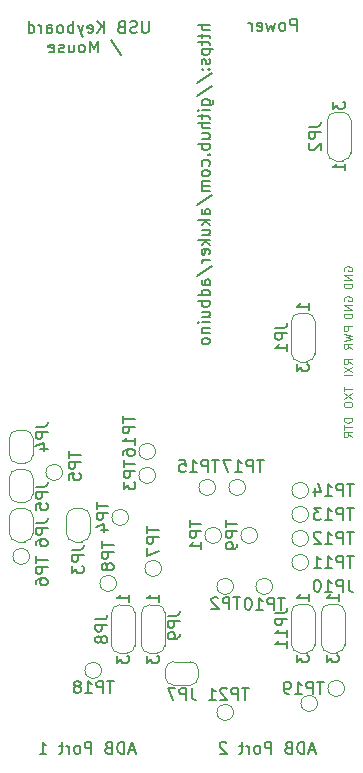
<source format=gbr>
%TF.GenerationSoftware,KiCad,Pcbnew,(5.1.9-16-g1737927814)-1*%
%TF.CreationDate,2021-07-07T14:31:43-05:00*%
%TF.ProjectId,adbuino,61646275-696e-46f2-9e6b-696361645f70,rev?*%
%TF.SameCoordinates,Original*%
%TF.FileFunction,Legend,Bot*%
%TF.FilePolarity,Positive*%
%FSLAX46Y46*%
G04 Gerber Fmt 4.6, Leading zero omitted, Abs format (unit mm)*
G04 Created by KiCad (PCBNEW (5.1.9-16-g1737927814)-1) date 2021-07-07 14:31:43*
%MOMM*%
%LPD*%
G01*
G04 APERTURE LIST*
%ADD10C,0.150000*%
%ADD11C,0.100000*%
%ADD12C,0.120000*%
G04 APERTURE END LIST*
D10*
X171902380Y-37554000D02*
X170902380Y-37554000D01*
X171902380Y-37982571D02*
X171378571Y-37982571D01*
X171283333Y-37934952D01*
X171235714Y-37839714D01*
X171235714Y-37696857D01*
X171283333Y-37601619D01*
X171330952Y-37554000D01*
X171235714Y-38315904D02*
X171235714Y-38696857D01*
X170902380Y-38458761D02*
X171759523Y-38458761D01*
X171854761Y-38506380D01*
X171902380Y-38601619D01*
X171902380Y-38696857D01*
X171235714Y-38887333D02*
X171235714Y-39268285D01*
X170902380Y-39030190D02*
X171759523Y-39030190D01*
X171854761Y-39077809D01*
X171902380Y-39173047D01*
X171902380Y-39268285D01*
X171235714Y-39601619D02*
X172235714Y-39601619D01*
X171283333Y-39601619D02*
X171235714Y-39696857D01*
X171235714Y-39887333D01*
X171283333Y-39982571D01*
X171330952Y-40030190D01*
X171426190Y-40077809D01*
X171711904Y-40077809D01*
X171807142Y-40030190D01*
X171854761Y-39982571D01*
X171902380Y-39887333D01*
X171902380Y-39696857D01*
X171854761Y-39601619D01*
X171854761Y-40458761D02*
X171902380Y-40554000D01*
X171902380Y-40744476D01*
X171854761Y-40839714D01*
X171759523Y-40887333D01*
X171711904Y-40887333D01*
X171616666Y-40839714D01*
X171569047Y-40744476D01*
X171569047Y-40601619D01*
X171521428Y-40506380D01*
X171426190Y-40458761D01*
X171378571Y-40458761D01*
X171283333Y-40506380D01*
X171235714Y-40601619D01*
X171235714Y-40744476D01*
X171283333Y-40839714D01*
X171807142Y-41315904D02*
X171854761Y-41363523D01*
X171902380Y-41315904D01*
X171854761Y-41268285D01*
X171807142Y-41315904D01*
X171902380Y-41315904D01*
X171283333Y-41315904D02*
X171330952Y-41363523D01*
X171378571Y-41315904D01*
X171330952Y-41268285D01*
X171283333Y-41315904D01*
X171378571Y-41315904D01*
X170854761Y-42506380D02*
X172140476Y-41649238D01*
X170854761Y-43554000D02*
X172140476Y-42696857D01*
X171235714Y-44315904D02*
X172045238Y-44315904D01*
X172140476Y-44268285D01*
X172188095Y-44220666D01*
X172235714Y-44125428D01*
X172235714Y-43982571D01*
X172188095Y-43887333D01*
X171854761Y-44315904D02*
X171902380Y-44220666D01*
X171902380Y-44030190D01*
X171854761Y-43934952D01*
X171807142Y-43887333D01*
X171711904Y-43839714D01*
X171426190Y-43839714D01*
X171330952Y-43887333D01*
X171283333Y-43934952D01*
X171235714Y-44030190D01*
X171235714Y-44220666D01*
X171283333Y-44315904D01*
X171902380Y-44792095D02*
X171235714Y-44792095D01*
X170902380Y-44792095D02*
X170950000Y-44744476D01*
X170997619Y-44792095D01*
X170950000Y-44839714D01*
X170902380Y-44792095D01*
X170997619Y-44792095D01*
X171235714Y-45125428D02*
X171235714Y-45506380D01*
X170902380Y-45268285D02*
X171759523Y-45268285D01*
X171854761Y-45315904D01*
X171902380Y-45411142D01*
X171902380Y-45506380D01*
X171902380Y-45839714D02*
X170902380Y-45839714D01*
X171902380Y-46268285D02*
X171378571Y-46268285D01*
X171283333Y-46220666D01*
X171235714Y-46125428D01*
X171235714Y-45982571D01*
X171283333Y-45887333D01*
X171330952Y-45839714D01*
X171235714Y-47173047D02*
X171902380Y-47173047D01*
X171235714Y-46744476D02*
X171759523Y-46744476D01*
X171854761Y-46792095D01*
X171902380Y-46887333D01*
X171902380Y-47030190D01*
X171854761Y-47125428D01*
X171807142Y-47173047D01*
X171902380Y-47649238D02*
X170902380Y-47649238D01*
X171283333Y-47649238D02*
X171235714Y-47744476D01*
X171235714Y-47934952D01*
X171283333Y-48030190D01*
X171330952Y-48077809D01*
X171426190Y-48125428D01*
X171711904Y-48125428D01*
X171807142Y-48077809D01*
X171854761Y-48030190D01*
X171902380Y-47934952D01*
X171902380Y-47744476D01*
X171854761Y-47649238D01*
X171807142Y-48554000D02*
X171854761Y-48601619D01*
X171902380Y-48554000D01*
X171854761Y-48506380D01*
X171807142Y-48554000D01*
X171902380Y-48554000D01*
X171854761Y-49458761D02*
X171902380Y-49363523D01*
X171902380Y-49173047D01*
X171854761Y-49077809D01*
X171807142Y-49030190D01*
X171711904Y-48982571D01*
X171426190Y-48982571D01*
X171330952Y-49030190D01*
X171283333Y-49077809D01*
X171235714Y-49173047D01*
X171235714Y-49363523D01*
X171283333Y-49458761D01*
X171902380Y-50030190D02*
X171854761Y-49934952D01*
X171807142Y-49887333D01*
X171711904Y-49839714D01*
X171426190Y-49839714D01*
X171330952Y-49887333D01*
X171283333Y-49934952D01*
X171235714Y-50030190D01*
X171235714Y-50173047D01*
X171283333Y-50268285D01*
X171330952Y-50315904D01*
X171426190Y-50363523D01*
X171711904Y-50363523D01*
X171807142Y-50315904D01*
X171854761Y-50268285D01*
X171902380Y-50173047D01*
X171902380Y-50030190D01*
X171902380Y-50792095D02*
X171235714Y-50792095D01*
X171330952Y-50792095D02*
X171283333Y-50839714D01*
X171235714Y-50934952D01*
X171235714Y-51077809D01*
X171283333Y-51173047D01*
X171378571Y-51220666D01*
X171902380Y-51220666D01*
X171378571Y-51220666D02*
X171283333Y-51268285D01*
X171235714Y-51363523D01*
X171235714Y-51506380D01*
X171283333Y-51601619D01*
X171378571Y-51649238D01*
X171902380Y-51649238D01*
X170854761Y-52839714D02*
X172140476Y-51982571D01*
X171902380Y-53601619D02*
X171378571Y-53601619D01*
X171283333Y-53554000D01*
X171235714Y-53458761D01*
X171235714Y-53268285D01*
X171283333Y-53173047D01*
X171854761Y-53601619D02*
X171902380Y-53506380D01*
X171902380Y-53268285D01*
X171854761Y-53173047D01*
X171759523Y-53125428D01*
X171664285Y-53125428D01*
X171569047Y-53173047D01*
X171521428Y-53268285D01*
X171521428Y-53506380D01*
X171473809Y-53601619D01*
X171902380Y-54077809D02*
X170902380Y-54077809D01*
X171521428Y-54173047D02*
X171902380Y-54458761D01*
X171235714Y-54458761D02*
X171616666Y-54077809D01*
X171235714Y-55315904D02*
X171902380Y-55315904D01*
X171235714Y-54887333D02*
X171759523Y-54887333D01*
X171854761Y-54934952D01*
X171902380Y-55030190D01*
X171902380Y-55173047D01*
X171854761Y-55268285D01*
X171807142Y-55315904D01*
X171902380Y-55792095D02*
X170902380Y-55792095D01*
X171521428Y-55887333D02*
X171902380Y-56173047D01*
X171235714Y-56173047D02*
X171616666Y-55792095D01*
X171854761Y-56982571D02*
X171902380Y-56887333D01*
X171902380Y-56696857D01*
X171854761Y-56601619D01*
X171759523Y-56554000D01*
X171378571Y-56554000D01*
X171283333Y-56601619D01*
X171235714Y-56696857D01*
X171235714Y-56887333D01*
X171283333Y-56982571D01*
X171378571Y-57030190D01*
X171473809Y-57030190D01*
X171569047Y-56554000D01*
X171902380Y-57458761D02*
X171235714Y-57458761D01*
X171426190Y-57458761D02*
X171330952Y-57506380D01*
X171283333Y-57554000D01*
X171235714Y-57649238D01*
X171235714Y-57744476D01*
X170854761Y-58792095D02*
X172140476Y-57934952D01*
X171902380Y-59554000D02*
X171378571Y-59554000D01*
X171283333Y-59506380D01*
X171235714Y-59411142D01*
X171235714Y-59220666D01*
X171283333Y-59125428D01*
X171854761Y-59554000D02*
X171902380Y-59458761D01*
X171902380Y-59220666D01*
X171854761Y-59125428D01*
X171759523Y-59077809D01*
X171664285Y-59077809D01*
X171569047Y-59125428D01*
X171521428Y-59220666D01*
X171521428Y-59458761D01*
X171473809Y-59554000D01*
X171902380Y-60458761D02*
X170902380Y-60458761D01*
X171854761Y-60458761D02*
X171902380Y-60363523D01*
X171902380Y-60173047D01*
X171854761Y-60077809D01*
X171807142Y-60030190D01*
X171711904Y-59982571D01*
X171426190Y-59982571D01*
X171330952Y-60030190D01*
X171283333Y-60077809D01*
X171235714Y-60173047D01*
X171235714Y-60363523D01*
X171283333Y-60458761D01*
X171902380Y-60934952D02*
X170902380Y-60934952D01*
X171283333Y-60934952D02*
X171235714Y-61030190D01*
X171235714Y-61220666D01*
X171283333Y-61315904D01*
X171330952Y-61363523D01*
X171426190Y-61411142D01*
X171711904Y-61411142D01*
X171807142Y-61363523D01*
X171854761Y-61315904D01*
X171902380Y-61220666D01*
X171902380Y-61030190D01*
X171854761Y-60934952D01*
X171235714Y-62268285D02*
X171902380Y-62268285D01*
X171235714Y-61839714D02*
X171759523Y-61839714D01*
X171854761Y-61887333D01*
X171902380Y-61982571D01*
X171902380Y-62125428D01*
X171854761Y-62220666D01*
X171807142Y-62268285D01*
X171902380Y-62744476D02*
X171235714Y-62744476D01*
X170902380Y-62744476D02*
X170950000Y-62696857D01*
X170997619Y-62744476D01*
X170950000Y-62792095D01*
X170902380Y-62744476D01*
X170997619Y-62744476D01*
X171235714Y-63220666D02*
X171902380Y-63220666D01*
X171330952Y-63220666D02*
X171283333Y-63268285D01*
X171235714Y-63363523D01*
X171235714Y-63506380D01*
X171283333Y-63601619D01*
X171378571Y-63649238D01*
X171902380Y-63649238D01*
X171902380Y-64268285D02*
X171854761Y-64173047D01*
X171807142Y-64125428D01*
X171711904Y-64077809D01*
X171426190Y-64077809D01*
X171330952Y-64125428D01*
X171283333Y-64173047D01*
X171235714Y-64268285D01*
X171235714Y-64411142D01*
X171283333Y-64506380D01*
X171330952Y-64554000D01*
X171426190Y-64601619D01*
X171711904Y-64601619D01*
X171807142Y-64554000D01*
X171854761Y-64506380D01*
X171902380Y-64411142D01*
X171902380Y-64268285D01*
D11*
X183958666Y-63074666D02*
X183258666Y-63074666D01*
X183258666Y-63341333D01*
X183292000Y-63408000D01*
X183325333Y-63441333D01*
X183392000Y-63474666D01*
X183492000Y-63474666D01*
X183558666Y-63441333D01*
X183592000Y-63408000D01*
X183625333Y-63341333D01*
X183625333Y-63074666D01*
X183258666Y-63708000D02*
X183958666Y-63874666D01*
X183458666Y-64008000D01*
X183958666Y-64141333D01*
X183258666Y-64308000D01*
X183958666Y-64974666D02*
X183625333Y-64741333D01*
X183958666Y-64574666D02*
X183258666Y-64574666D01*
X183258666Y-64841333D01*
X183292000Y-64908000D01*
X183325333Y-64941333D01*
X183392000Y-64974666D01*
X183492000Y-64974666D01*
X183558666Y-64941333D01*
X183592000Y-64908000D01*
X183625333Y-64841333D01*
X183625333Y-64574666D01*
X183958666Y-70828000D02*
X183258666Y-70828000D01*
X183258666Y-70994666D01*
X183292000Y-71094666D01*
X183358666Y-71161333D01*
X183425333Y-71194666D01*
X183558666Y-71228000D01*
X183658666Y-71228000D01*
X183792000Y-71194666D01*
X183858666Y-71161333D01*
X183925333Y-71094666D01*
X183958666Y-70994666D01*
X183958666Y-70828000D01*
X183258666Y-71428000D02*
X183258666Y-71828000D01*
X183958666Y-71628000D02*
X183258666Y-71628000D01*
X183958666Y-72461333D02*
X183625333Y-72228000D01*
X183958666Y-72061333D02*
X183258666Y-72061333D01*
X183258666Y-72328000D01*
X183292000Y-72394666D01*
X183325333Y-72428000D01*
X183392000Y-72461333D01*
X183492000Y-72461333D01*
X183558666Y-72428000D01*
X183592000Y-72394666D01*
X183625333Y-72328000D01*
X183625333Y-72061333D01*
X183258666Y-68188000D02*
X183258666Y-68588000D01*
X183958666Y-68388000D02*
X183258666Y-68388000D01*
X183258666Y-68754666D02*
X183958666Y-69221333D01*
X183258666Y-69221333D02*
X183958666Y-68754666D01*
X183258666Y-69621333D02*
X183258666Y-69754666D01*
X183292000Y-69821333D01*
X183358666Y-69888000D01*
X183492000Y-69921333D01*
X183725333Y-69921333D01*
X183858666Y-69888000D01*
X183925333Y-69821333D01*
X183958666Y-69754666D01*
X183958666Y-69621333D01*
X183925333Y-69554666D01*
X183858666Y-69488000D01*
X183725333Y-69454666D01*
X183492000Y-69454666D01*
X183358666Y-69488000D01*
X183292000Y-69554666D01*
X183258666Y-69621333D01*
X183958666Y-66264666D02*
X183625333Y-66031333D01*
X183958666Y-65864666D02*
X183258666Y-65864666D01*
X183258666Y-66131333D01*
X183292000Y-66198000D01*
X183325333Y-66231333D01*
X183392000Y-66264666D01*
X183492000Y-66264666D01*
X183558666Y-66231333D01*
X183592000Y-66198000D01*
X183625333Y-66131333D01*
X183625333Y-65864666D01*
X183258666Y-66498000D02*
X183958666Y-66964666D01*
X183258666Y-66964666D02*
X183958666Y-66498000D01*
X183958666Y-67231333D02*
X183258666Y-67231333D01*
X183292000Y-60934666D02*
X183258666Y-60868000D01*
X183258666Y-60768000D01*
X183292000Y-60668000D01*
X183358666Y-60601333D01*
X183425333Y-60568000D01*
X183558666Y-60534666D01*
X183658666Y-60534666D01*
X183792000Y-60568000D01*
X183858666Y-60601333D01*
X183925333Y-60668000D01*
X183958666Y-60768000D01*
X183958666Y-60834666D01*
X183925333Y-60934666D01*
X183892000Y-60968000D01*
X183658666Y-60968000D01*
X183658666Y-60834666D01*
X183958666Y-61268000D02*
X183258666Y-61268000D01*
X183958666Y-61668000D01*
X183258666Y-61668000D01*
X183958666Y-62001333D02*
X183258666Y-62001333D01*
X183258666Y-62168000D01*
X183292000Y-62268000D01*
X183358666Y-62334666D01*
X183425333Y-62368000D01*
X183558666Y-62401333D01*
X183658666Y-62401333D01*
X183792000Y-62368000D01*
X183858666Y-62334666D01*
X183925333Y-62268000D01*
X183958666Y-62168000D01*
X183958666Y-62001333D01*
X183292000Y-58394666D02*
X183258666Y-58328000D01*
X183258666Y-58228000D01*
X183292000Y-58128000D01*
X183358666Y-58061333D01*
X183425333Y-58028000D01*
X183558666Y-57994666D01*
X183658666Y-57994666D01*
X183792000Y-58028000D01*
X183858666Y-58061333D01*
X183925333Y-58128000D01*
X183958666Y-58228000D01*
X183958666Y-58294666D01*
X183925333Y-58394666D01*
X183892000Y-58428000D01*
X183658666Y-58428000D01*
X183658666Y-58294666D01*
X183958666Y-58728000D02*
X183258666Y-58728000D01*
X183958666Y-59128000D01*
X183258666Y-59128000D01*
X183958666Y-59461333D02*
X183258666Y-59461333D01*
X183258666Y-59628000D01*
X183292000Y-59728000D01*
X183358666Y-59794666D01*
X183425333Y-59828000D01*
X183558666Y-59861333D01*
X183658666Y-59861333D01*
X183792000Y-59828000D01*
X183858666Y-59794666D01*
X183925333Y-59728000D01*
X183958666Y-59628000D01*
X183958666Y-59461333D01*
D10*
X179268190Y-38044380D02*
X179268190Y-37044380D01*
X178887238Y-37044380D01*
X178792000Y-37092000D01*
X178744380Y-37139619D01*
X178696761Y-37234857D01*
X178696761Y-37377714D01*
X178744380Y-37472952D01*
X178792000Y-37520571D01*
X178887238Y-37568190D01*
X179268190Y-37568190D01*
X178125333Y-38044380D02*
X178220571Y-37996761D01*
X178268190Y-37949142D01*
X178315809Y-37853904D01*
X178315809Y-37568190D01*
X178268190Y-37472952D01*
X178220571Y-37425333D01*
X178125333Y-37377714D01*
X177982476Y-37377714D01*
X177887238Y-37425333D01*
X177839619Y-37472952D01*
X177792000Y-37568190D01*
X177792000Y-37853904D01*
X177839619Y-37949142D01*
X177887238Y-37996761D01*
X177982476Y-38044380D01*
X178125333Y-38044380D01*
X177458666Y-37377714D02*
X177268190Y-38044380D01*
X177077714Y-37568190D01*
X176887238Y-38044380D01*
X176696761Y-37377714D01*
X175934857Y-37996761D02*
X176030095Y-38044380D01*
X176220571Y-38044380D01*
X176315809Y-37996761D01*
X176363428Y-37901523D01*
X176363428Y-37520571D01*
X176315809Y-37425333D01*
X176220571Y-37377714D01*
X176030095Y-37377714D01*
X175934857Y-37425333D01*
X175887238Y-37520571D01*
X175887238Y-37615809D01*
X176363428Y-37711047D01*
X175458666Y-38044380D02*
X175458666Y-37377714D01*
X175458666Y-37568190D02*
X175411047Y-37472952D01*
X175363428Y-37425333D01*
X175268190Y-37377714D01*
X175172952Y-37377714D01*
X166742380Y-37235380D02*
X166742380Y-38044904D01*
X166694761Y-38140142D01*
X166647142Y-38187761D01*
X166551904Y-38235380D01*
X166361428Y-38235380D01*
X166266190Y-38187761D01*
X166218571Y-38140142D01*
X166170952Y-38044904D01*
X166170952Y-37235380D01*
X165742380Y-38187761D02*
X165599523Y-38235380D01*
X165361428Y-38235380D01*
X165266190Y-38187761D01*
X165218571Y-38140142D01*
X165170952Y-38044904D01*
X165170952Y-37949666D01*
X165218571Y-37854428D01*
X165266190Y-37806809D01*
X165361428Y-37759190D01*
X165551904Y-37711571D01*
X165647142Y-37663952D01*
X165694761Y-37616333D01*
X165742380Y-37521095D01*
X165742380Y-37425857D01*
X165694761Y-37330619D01*
X165647142Y-37283000D01*
X165551904Y-37235380D01*
X165313809Y-37235380D01*
X165170952Y-37283000D01*
X164409047Y-37711571D02*
X164266190Y-37759190D01*
X164218571Y-37806809D01*
X164170952Y-37902047D01*
X164170952Y-38044904D01*
X164218571Y-38140142D01*
X164266190Y-38187761D01*
X164361428Y-38235380D01*
X164742380Y-38235380D01*
X164742380Y-37235380D01*
X164409047Y-37235380D01*
X164313809Y-37283000D01*
X164266190Y-37330619D01*
X164218571Y-37425857D01*
X164218571Y-37521095D01*
X164266190Y-37616333D01*
X164313809Y-37663952D01*
X164409047Y-37711571D01*
X164742380Y-37711571D01*
X162980476Y-38235380D02*
X162980476Y-37235380D01*
X162409047Y-38235380D02*
X162837619Y-37663952D01*
X162409047Y-37235380D02*
X162980476Y-37806809D01*
X161599523Y-38187761D02*
X161694761Y-38235380D01*
X161885238Y-38235380D01*
X161980476Y-38187761D01*
X162028095Y-38092523D01*
X162028095Y-37711571D01*
X161980476Y-37616333D01*
X161885238Y-37568714D01*
X161694761Y-37568714D01*
X161599523Y-37616333D01*
X161551904Y-37711571D01*
X161551904Y-37806809D01*
X162028095Y-37902047D01*
X161218571Y-37568714D02*
X160980476Y-38235380D01*
X160742380Y-37568714D02*
X160980476Y-38235380D01*
X161075714Y-38473476D01*
X161123333Y-38521095D01*
X161218571Y-38568714D01*
X160361428Y-38235380D02*
X160361428Y-37235380D01*
X160361428Y-37616333D02*
X160266190Y-37568714D01*
X160075714Y-37568714D01*
X159980476Y-37616333D01*
X159932857Y-37663952D01*
X159885238Y-37759190D01*
X159885238Y-38044904D01*
X159932857Y-38140142D01*
X159980476Y-38187761D01*
X160075714Y-38235380D01*
X160266190Y-38235380D01*
X160361428Y-38187761D01*
X159313809Y-38235380D02*
X159409047Y-38187761D01*
X159456666Y-38140142D01*
X159504285Y-38044904D01*
X159504285Y-37759190D01*
X159456666Y-37663952D01*
X159409047Y-37616333D01*
X159313809Y-37568714D01*
X159170952Y-37568714D01*
X159075714Y-37616333D01*
X159028095Y-37663952D01*
X158980476Y-37759190D01*
X158980476Y-38044904D01*
X159028095Y-38140142D01*
X159075714Y-38187761D01*
X159170952Y-38235380D01*
X159313809Y-38235380D01*
X158123333Y-38235380D02*
X158123333Y-37711571D01*
X158170952Y-37616333D01*
X158266190Y-37568714D01*
X158456666Y-37568714D01*
X158551904Y-37616333D01*
X158123333Y-38187761D02*
X158218571Y-38235380D01*
X158456666Y-38235380D01*
X158551904Y-38187761D01*
X158599523Y-38092523D01*
X158599523Y-37997285D01*
X158551904Y-37902047D01*
X158456666Y-37854428D01*
X158218571Y-37854428D01*
X158123333Y-37806809D01*
X157647142Y-38235380D02*
X157647142Y-37568714D01*
X157647142Y-37759190D02*
X157599523Y-37663952D01*
X157551904Y-37616333D01*
X157456666Y-37568714D01*
X157361428Y-37568714D01*
X156599523Y-38235380D02*
X156599523Y-37235380D01*
X156599523Y-38187761D02*
X156694761Y-38235380D01*
X156885238Y-38235380D01*
X156980476Y-38187761D01*
X157028095Y-38140142D01*
X157075714Y-38044904D01*
X157075714Y-37759190D01*
X157028095Y-37663952D01*
X156980476Y-37616333D01*
X156885238Y-37568714D01*
X156694761Y-37568714D01*
X156599523Y-37616333D01*
X163551904Y-38837761D02*
X164409047Y-40123476D01*
X162456666Y-39885380D02*
X162456666Y-38885380D01*
X162123333Y-39599666D01*
X161790000Y-38885380D01*
X161790000Y-39885380D01*
X161170952Y-39885380D02*
X161266190Y-39837761D01*
X161313809Y-39790142D01*
X161361428Y-39694904D01*
X161361428Y-39409190D01*
X161313809Y-39313952D01*
X161266190Y-39266333D01*
X161170952Y-39218714D01*
X161028095Y-39218714D01*
X160932857Y-39266333D01*
X160885238Y-39313952D01*
X160837619Y-39409190D01*
X160837619Y-39694904D01*
X160885238Y-39790142D01*
X160932857Y-39837761D01*
X161028095Y-39885380D01*
X161170952Y-39885380D01*
X159980476Y-39218714D02*
X159980476Y-39885380D01*
X160409047Y-39218714D02*
X160409047Y-39742523D01*
X160361428Y-39837761D01*
X160266190Y-39885380D01*
X160123333Y-39885380D01*
X160028095Y-39837761D01*
X159980476Y-39790142D01*
X159551904Y-39837761D02*
X159456666Y-39885380D01*
X159266190Y-39885380D01*
X159170952Y-39837761D01*
X159123333Y-39742523D01*
X159123333Y-39694904D01*
X159170952Y-39599666D01*
X159266190Y-39552047D01*
X159409047Y-39552047D01*
X159504285Y-39504428D01*
X159551904Y-39409190D01*
X159551904Y-39361571D01*
X159504285Y-39266333D01*
X159409047Y-39218714D01*
X159266190Y-39218714D01*
X159170952Y-39266333D01*
X158313809Y-39837761D02*
X158409047Y-39885380D01*
X158599523Y-39885380D01*
X158694761Y-39837761D01*
X158742380Y-39742523D01*
X158742380Y-39361571D01*
X158694761Y-39266333D01*
X158599523Y-39218714D01*
X158409047Y-39218714D01*
X158313809Y-39266333D01*
X158266190Y-39361571D01*
X158266190Y-39456809D01*
X158742380Y-39552047D01*
X180807809Y-98972666D02*
X180331619Y-98972666D01*
X180903047Y-99258380D02*
X180569714Y-98258380D01*
X180236380Y-99258380D01*
X179903047Y-99258380D02*
X179903047Y-98258380D01*
X179664952Y-98258380D01*
X179522095Y-98306000D01*
X179426857Y-98401238D01*
X179379238Y-98496476D01*
X179331619Y-98686952D01*
X179331619Y-98829809D01*
X179379238Y-99020285D01*
X179426857Y-99115523D01*
X179522095Y-99210761D01*
X179664952Y-99258380D01*
X179903047Y-99258380D01*
X178569714Y-98734571D02*
X178426857Y-98782190D01*
X178379238Y-98829809D01*
X178331619Y-98925047D01*
X178331619Y-99067904D01*
X178379238Y-99163142D01*
X178426857Y-99210761D01*
X178522095Y-99258380D01*
X178903047Y-99258380D01*
X178903047Y-98258380D01*
X178569714Y-98258380D01*
X178474476Y-98306000D01*
X178426857Y-98353619D01*
X178379238Y-98448857D01*
X178379238Y-98544095D01*
X178426857Y-98639333D01*
X178474476Y-98686952D01*
X178569714Y-98734571D01*
X178903047Y-98734571D01*
X177141142Y-99258380D02*
X177141142Y-98258380D01*
X176760190Y-98258380D01*
X176664952Y-98306000D01*
X176617333Y-98353619D01*
X176569714Y-98448857D01*
X176569714Y-98591714D01*
X176617333Y-98686952D01*
X176664952Y-98734571D01*
X176760190Y-98782190D01*
X177141142Y-98782190D01*
X175998285Y-99258380D02*
X176093523Y-99210761D01*
X176141142Y-99163142D01*
X176188761Y-99067904D01*
X176188761Y-98782190D01*
X176141142Y-98686952D01*
X176093523Y-98639333D01*
X175998285Y-98591714D01*
X175855428Y-98591714D01*
X175760190Y-98639333D01*
X175712571Y-98686952D01*
X175664952Y-98782190D01*
X175664952Y-99067904D01*
X175712571Y-99163142D01*
X175760190Y-99210761D01*
X175855428Y-99258380D01*
X175998285Y-99258380D01*
X175236380Y-99258380D02*
X175236380Y-98591714D01*
X175236380Y-98782190D02*
X175188761Y-98686952D01*
X175141142Y-98639333D01*
X175045904Y-98591714D01*
X174950666Y-98591714D01*
X174760190Y-98591714D02*
X174379238Y-98591714D01*
X174617333Y-98258380D02*
X174617333Y-99115523D01*
X174569714Y-99210761D01*
X174474476Y-99258380D01*
X174379238Y-99258380D01*
X173331619Y-98353619D02*
X173284000Y-98306000D01*
X173188761Y-98258380D01*
X172950666Y-98258380D01*
X172855428Y-98306000D01*
X172807809Y-98353619D01*
X172760190Y-98448857D01*
X172760190Y-98544095D01*
X172807809Y-98686952D01*
X173379238Y-99258380D01*
X172760190Y-99258380D01*
X165567809Y-98972666D02*
X165091619Y-98972666D01*
X165663047Y-99258380D02*
X165329714Y-98258380D01*
X164996380Y-99258380D01*
X164663047Y-99258380D02*
X164663047Y-98258380D01*
X164424952Y-98258380D01*
X164282095Y-98306000D01*
X164186857Y-98401238D01*
X164139238Y-98496476D01*
X164091619Y-98686952D01*
X164091619Y-98829809D01*
X164139238Y-99020285D01*
X164186857Y-99115523D01*
X164282095Y-99210761D01*
X164424952Y-99258380D01*
X164663047Y-99258380D01*
X163329714Y-98734571D02*
X163186857Y-98782190D01*
X163139238Y-98829809D01*
X163091619Y-98925047D01*
X163091619Y-99067904D01*
X163139238Y-99163142D01*
X163186857Y-99210761D01*
X163282095Y-99258380D01*
X163663047Y-99258380D01*
X163663047Y-98258380D01*
X163329714Y-98258380D01*
X163234476Y-98306000D01*
X163186857Y-98353619D01*
X163139238Y-98448857D01*
X163139238Y-98544095D01*
X163186857Y-98639333D01*
X163234476Y-98686952D01*
X163329714Y-98734571D01*
X163663047Y-98734571D01*
X161901142Y-99258380D02*
X161901142Y-98258380D01*
X161520190Y-98258380D01*
X161424952Y-98306000D01*
X161377333Y-98353619D01*
X161329714Y-98448857D01*
X161329714Y-98591714D01*
X161377333Y-98686952D01*
X161424952Y-98734571D01*
X161520190Y-98782190D01*
X161901142Y-98782190D01*
X160758285Y-99258380D02*
X160853523Y-99210761D01*
X160901142Y-99163142D01*
X160948761Y-99067904D01*
X160948761Y-98782190D01*
X160901142Y-98686952D01*
X160853523Y-98639333D01*
X160758285Y-98591714D01*
X160615428Y-98591714D01*
X160520190Y-98639333D01*
X160472571Y-98686952D01*
X160424952Y-98782190D01*
X160424952Y-99067904D01*
X160472571Y-99163142D01*
X160520190Y-99210761D01*
X160615428Y-99258380D01*
X160758285Y-99258380D01*
X159996380Y-99258380D02*
X159996380Y-98591714D01*
X159996380Y-98782190D02*
X159948761Y-98686952D01*
X159901142Y-98639333D01*
X159805904Y-98591714D01*
X159710666Y-98591714D01*
X159520190Y-98591714D02*
X159139238Y-98591714D01*
X159377333Y-98258380D02*
X159377333Y-99115523D01*
X159329714Y-99210761D01*
X159234476Y-99258380D01*
X159139238Y-99258380D01*
X157520190Y-99258380D02*
X158091619Y-99258380D01*
X157805904Y-99258380D02*
X157805904Y-98258380D01*
X157901142Y-98401238D01*
X157996380Y-98496476D01*
X158091619Y-98544095D01*
D12*
%TO.C,JP11*%
X179532000Y-86596000D02*
G75*
G03*
X178832000Y-87296000I0J-700000D01*
G01*
X180832000Y-87296000D02*
G75*
G03*
X180132000Y-86596000I-700000J0D01*
G01*
X180132000Y-90696000D02*
G75*
G03*
X180832000Y-89996000I0J700000D01*
G01*
X178832000Y-89996000D02*
G75*
G03*
X179532000Y-90696000I700000J0D01*
G01*
X180132000Y-86596000D02*
X179532000Y-86596000D01*
X180832000Y-90046000D02*
X180832000Y-87246000D01*
X179532000Y-90696000D02*
X180132000Y-90696000D01*
X178832000Y-87246000D02*
X178832000Y-90046000D01*
%TO.C,JP10*%
X182072000Y-86596000D02*
G75*
G03*
X181372000Y-87296000I0J-700000D01*
G01*
X183372000Y-87296000D02*
G75*
G03*
X182672000Y-86596000I-700000J0D01*
G01*
X182672000Y-90696000D02*
G75*
G03*
X183372000Y-89996000I0J700000D01*
G01*
X181372000Y-89996000D02*
G75*
G03*
X182072000Y-90696000I700000J0D01*
G01*
X182672000Y-86596000D02*
X182072000Y-86596000D01*
X183372000Y-90046000D02*
X183372000Y-87246000D01*
X182072000Y-90696000D02*
X182672000Y-90696000D01*
X181372000Y-87246000D02*
X181372000Y-90046000D01*
%TO.C,JP6*%
X155656000Y-78498000D02*
G75*
G03*
X154956000Y-79198000I0J-700000D01*
G01*
X156956000Y-79198000D02*
G75*
G03*
X156256000Y-78498000I-700000J0D01*
G01*
X156256000Y-81298000D02*
G75*
G03*
X156956000Y-80598000I0J700000D01*
G01*
X154956000Y-80598000D02*
G75*
G03*
X155656000Y-81298000I700000J0D01*
G01*
X156256000Y-78498000D02*
X155656000Y-78498000D01*
X156956000Y-80598000D02*
X156956000Y-79198000D01*
X155656000Y-81298000D02*
X156256000Y-81298000D01*
X154956000Y-79198000D02*
X154956000Y-80598000D01*
%TO.C,JP5*%
X155656000Y-75181000D02*
G75*
G03*
X154956000Y-75881000I0J-700000D01*
G01*
X156956000Y-75881000D02*
G75*
G03*
X156256000Y-75181000I-700000J0D01*
G01*
X156256000Y-77981000D02*
G75*
G03*
X156956000Y-77281000I0J700000D01*
G01*
X154956000Y-77281000D02*
G75*
G03*
X155656000Y-77981000I700000J0D01*
G01*
X156256000Y-75181000D02*
X155656000Y-75181000D01*
X156956000Y-77281000D02*
X156956000Y-75881000D01*
X155656000Y-77981000D02*
X156256000Y-77981000D01*
X154956000Y-75881000D02*
X154956000Y-77281000D01*
%TO.C,JP4*%
X155656000Y-71864000D02*
G75*
G03*
X154956000Y-72564000I0J-700000D01*
G01*
X156956000Y-72564000D02*
G75*
G03*
X156256000Y-71864000I-700000J0D01*
G01*
X156256000Y-74664000D02*
G75*
G03*
X156956000Y-73964000I0J700000D01*
G01*
X154956000Y-73964000D02*
G75*
G03*
X155656000Y-74664000I700000J0D01*
G01*
X156256000Y-71864000D02*
X155656000Y-71864000D01*
X156956000Y-73964000D02*
X156956000Y-72564000D01*
X155656000Y-74664000D02*
X156256000Y-74664000D01*
X154956000Y-72564000D02*
X154956000Y-73964000D01*
%TO.C,JP3*%
X160482000Y-78498000D02*
G75*
G03*
X159782000Y-79198000I0J-700000D01*
G01*
X161782000Y-79198000D02*
G75*
G03*
X161082000Y-78498000I-700000J0D01*
G01*
X161082000Y-81298000D02*
G75*
G03*
X161782000Y-80598000I0J700000D01*
G01*
X159782000Y-80598000D02*
G75*
G03*
X160482000Y-81298000I700000J0D01*
G01*
X161082000Y-78498000D02*
X160482000Y-78498000D01*
X161782000Y-80598000D02*
X161782000Y-79198000D01*
X160482000Y-81298000D02*
X161082000Y-81298000D01*
X159782000Y-79198000D02*
X159782000Y-80598000D01*
%TO.C,TP17*%
X172404000Y-76708000D02*
G75*
G03*
X172404000Y-76708000I-700000J0D01*
G01*
%TO.C,TP16*%
X167324000Y-73660000D02*
G75*
G03*
X167324000Y-73660000I-700000J0D01*
G01*
%TO.C,TP15*%
X174944000Y-76708000D02*
G75*
G03*
X174944000Y-76708000I-700000J0D01*
G01*
%TO.C,TP14*%
X180278000Y-76962000D02*
G75*
G03*
X180278000Y-76962000I-700000J0D01*
G01*
%TO.C,TP13*%
X180278000Y-78994000D02*
G75*
G03*
X180278000Y-78994000I-700000J0D01*
G01*
%TO.C,TP12*%
X180278000Y-81026000D02*
G75*
G03*
X180278000Y-81026000I-700000J0D01*
G01*
%TO.C,TP11*%
X180278000Y-83058000D02*
G75*
G03*
X180278000Y-83058000I-700000J0D01*
G01*
%TO.C,TP10*%
X177230000Y-85090000D02*
G75*
G03*
X177230000Y-85090000I-700000J0D01*
G01*
%TO.C,TP9*%
X175960000Y-80772000D02*
G75*
G03*
X175960000Y-80772000I-700000J0D01*
G01*
%TO.C,TP8*%
X164022000Y-84836000D02*
G75*
G03*
X164022000Y-84836000I-700000J0D01*
G01*
%TO.C,TP7*%
X167832000Y-83566000D02*
G75*
G03*
X167832000Y-83566000I-700000J0D01*
G01*
%TO.C,TP6*%
X156656000Y-82550000D02*
G75*
G03*
X156656000Y-82550000I-700000J0D01*
G01*
%TO.C,TP5*%
X159450000Y-75438000D02*
G75*
G03*
X159450000Y-75438000I-700000J0D01*
G01*
%TO.C,TP4*%
X165038000Y-79248000D02*
G75*
G03*
X165038000Y-79248000I-700000J0D01*
G01*
%TO.C,TP3*%
X167324000Y-75692000D02*
G75*
G03*
X167324000Y-75692000I-700000J0D01*
G01*
%TO.C,TP2*%
X173928000Y-85090000D02*
G75*
G03*
X173928000Y-85090000I-700000J0D01*
G01*
%TO.C,TP1*%
X172912000Y-80772000D02*
G75*
G03*
X172912000Y-80772000I-700000J0D01*
G01*
%TO.C,JP9*%
X166832000Y-86652000D02*
G75*
G03*
X166132000Y-87352000I0J-700000D01*
G01*
X168132000Y-87352000D02*
G75*
G03*
X167432000Y-86652000I-700000J0D01*
G01*
X167432000Y-90752000D02*
G75*
G03*
X168132000Y-90052000I0J700000D01*
G01*
X166132000Y-90052000D02*
G75*
G03*
X166832000Y-90752000I700000J0D01*
G01*
X167432000Y-86652000D02*
X166832000Y-86652000D01*
X168132000Y-90102000D02*
X168132000Y-87302000D01*
X166832000Y-90752000D02*
X167432000Y-90752000D01*
X166132000Y-87302000D02*
X166132000Y-90102000D01*
%TO.C,JP8*%
X164292000Y-86652000D02*
G75*
G03*
X163592000Y-87352000I0J-700000D01*
G01*
X165592000Y-87352000D02*
G75*
G03*
X164892000Y-86652000I-700000J0D01*
G01*
X164892000Y-90752000D02*
G75*
G03*
X165592000Y-90052000I0J700000D01*
G01*
X163592000Y-90052000D02*
G75*
G03*
X164292000Y-90752000I700000J0D01*
G01*
X164892000Y-86652000D02*
X164292000Y-86652000D01*
X165592000Y-90102000D02*
X165592000Y-87302000D01*
X164292000Y-90752000D02*
X164892000Y-90752000D01*
X163592000Y-87302000D02*
X163592000Y-90102000D01*
%TO.C,JP2*%
X183180000Y-49040000D02*
G75*
G03*
X183880000Y-48340000I0J700000D01*
G01*
X181880000Y-48340000D02*
G75*
G03*
X182580000Y-49040000I700000J0D01*
G01*
X182580000Y-44940000D02*
G75*
G03*
X181880000Y-45640000I0J-700000D01*
G01*
X183880000Y-45640000D02*
G75*
G03*
X183180000Y-44940000I-700000J0D01*
G01*
X182580000Y-49040000D02*
X183180000Y-49040000D01*
X181880000Y-45590000D02*
X181880000Y-48390000D01*
X183180000Y-44940000D02*
X182580000Y-44940000D01*
X183880000Y-48390000D02*
X183880000Y-45590000D01*
%TO.C,JP1*%
X179532000Y-61958000D02*
G75*
G03*
X178832000Y-62658000I0J-700000D01*
G01*
X180832000Y-62658000D02*
G75*
G03*
X180132000Y-61958000I-700000J0D01*
G01*
X180132000Y-66058000D02*
G75*
G03*
X180832000Y-65358000I0J700000D01*
G01*
X178832000Y-65358000D02*
G75*
G03*
X179532000Y-66058000I700000J0D01*
G01*
X180132000Y-61958000D02*
X179532000Y-61958000D01*
X180832000Y-65408000D02*
X180832000Y-62608000D01*
X179532000Y-66058000D02*
X180132000Y-66058000D01*
X178832000Y-62608000D02*
X178832000Y-65408000D01*
%TO.C,TP21*%
X173928000Y-95758000D02*
G75*
G03*
X173928000Y-95758000I-700000J0D01*
G01*
%TO.C,TP20*%
X183326000Y-93726000D02*
G75*
G03*
X183326000Y-93726000I-700000J0D01*
G01*
%TO.C,TP19*%
X181040000Y-94996000D02*
G75*
G03*
X181040000Y-94996000I-700000J0D01*
G01*
%TO.C,TP18*%
X162752000Y-92202000D02*
G75*
G03*
X162752000Y-92202000I-700000J0D01*
G01*
%TO.C,JP7*%
X168860000Y-93456000D02*
X170260000Y-93456000D01*
X170960000Y-92756000D02*
X170960000Y-92156000D01*
X170260000Y-91456000D02*
X168860000Y-91456000D01*
X168160000Y-92156000D02*
X168160000Y-92756000D01*
X168160000Y-92756000D02*
G75*
G03*
X168860000Y-93456000I700000J0D01*
G01*
X168860000Y-91456000D02*
G75*
G03*
X168160000Y-92156000I0J-700000D01*
G01*
X170960000Y-92156000D02*
G75*
G03*
X170260000Y-91456000I-700000J0D01*
G01*
X170260000Y-93456000D02*
G75*
G03*
X170960000Y-92756000I0J700000D01*
G01*
%TO.C,JP11*%
D10*
X177484380Y-87336476D02*
X178198666Y-87336476D01*
X178341523Y-87288857D01*
X178436761Y-87193619D01*
X178484380Y-87050761D01*
X178484380Y-86955523D01*
X178484380Y-87812666D02*
X177484380Y-87812666D01*
X177484380Y-88193619D01*
X177532000Y-88288857D01*
X177579619Y-88336476D01*
X177674857Y-88384095D01*
X177817714Y-88384095D01*
X177912952Y-88336476D01*
X177960571Y-88288857D01*
X178008190Y-88193619D01*
X178008190Y-87812666D01*
X178484380Y-89336476D02*
X178484380Y-88765047D01*
X178484380Y-89050761D02*
X177484380Y-89050761D01*
X177627238Y-88955523D01*
X177722476Y-88860285D01*
X177770095Y-88765047D01*
X178484380Y-90288857D02*
X178484380Y-89717428D01*
X178484380Y-90003142D02*
X177484380Y-90003142D01*
X177627238Y-89907904D01*
X177722476Y-89812666D01*
X177770095Y-89717428D01*
X180284380Y-86331714D02*
X180284380Y-85760285D01*
X180284380Y-86046000D02*
X179284380Y-86046000D01*
X179427238Y-85950761D01*
X179522476Y-85855523D01*
X179570095Y-85760285D01*
X179284380Y-90912666D02*
X179284380Y-91531714D01*
X179665333Y-91198380D01*
X179665333Y-91341238D01*
X179712952Y-91436476D01*
X179760571Y-91484095D01*
X179855809Y-91531714D01*
X180093904Y-91531714D01*
X180189142Y-91484095D01*
X180236761Y-91436476D01*
X180284380Y-91341238D01*
X180284380Y-91055523D01*
X180236761Y-90960285D01*
X180189142Y-90912666D01*
%TO.C,JP10*%
X183681523Y-84542380D02*
X183681523Y-85256666D01*
X183729142Y-85399523D01*
X183824380Y-85494761D01*
X183967238Y-85542380D01*
X184062476Y-85542380D01*
X183205333Y-85542380D02*
X183205333Y-84542380D01*
X182824380Y-84542380D01*
X182729142Y-84590000D01*
X182681523Y-84637619D01*
X182633904Y-84732857D01*
X182633904Y-84875714D01*
X182681523Y-84970952D01*
X182729142Y-85018571D01*
X182824380Y-85066190D01*
X183205333Y-85066190D01*
X181681523Y-85542380D02*
X182252952Y-85542380D01*
X181967238Y-85542380D02*
X181967238Y-84542380D01*
X182062476Y-84685238D01*
X182157714Y-84780476D01*
X182252952Y-84828095D01*
X181062476Y-84542380D02*
X180967238Y-84542380D01*
X180872000Y-84590000D01*
X180824380Y-84637619D01*
X180776761Y-84732857D01*
X180729142Y-84923333D01*
X180729142Y-85161428D01*
X180776761Y-85351904D01*
X180824380Y-85447142D01*
X180872000Y-85494761D01*
X180967238Y-85542380D01*
X181062476Y-85542380D01*
X181157714Y-85494761D01*
X181205333Y-85447142D01*
X181252952Y-85351904D01*
X181300571Y-85161428D01*
X181300571Y-84923333D01*
X181252952Y-84732857D01*
X181205333Y-84637619D01*
X181157714Y-84590000D01*
X181062476Y-84542380D01*
X182824380Y-86331714D02*
X182824380Y-85760285D01*
X182824380Y-86046000D02*
X181824380Y-86046000D01*
X181967238Y-85950761D01*
X182062476Y-85855523D01*
X182110095Y-85760285D01*
X181824380Y-90912666D02*
X181824380Y-91531714D01*
X182205333Y-91198380D01*
X182205333Y-91341238D01*
X182252952Y-91436476D01*
X182300571Y-91484095D01*
X182395809Y-91531714D01*
X182633904Y-91531714D01*
X182729142Y-91484095D01*
X182776761Y-91436476D01*
X182824380Y-91341238D01*
X182824380Y-91055523D01*
X182776761Y-90960285D01*
X182729142Y-90912666D01*
%TO.C,JP6*%
X157186380Y-79684666D02*
X157900666Y-79684666D01*
X158043523Y-79637047D01*
X158138761Y-79541809D01*
X158186380Y-79398952D01*
X158186380Y-79303714D01*
X158186380Y-80160857D02*
X157186380Y-80160857D01*
X157186380Y-80541809D01*
X157234000Y-80637047D01*
X157281619Y-80684666D01*
X157376857Y-80732285D01*
X157519714Y-80732285D01*
X157614952Y-80684666D01*
X157662571Y-80637047D01*
X157710190Y-80541809D01*
X157710190Y-80160857D01*
X157186380Y-81589428D02*
X157186380Y-81398952D01*
X157234000Y-81303714D01*
X157281619Y-81256095D01*
X157424476Y-81160857D01*
X157614952Y-81113238D01*
X157995904Y-81113238D01*
X158091142Y-81160857D01*
X158138761Y-81208476D01*
X158186380Y-81303714D01*
X158186380Y-81494190D01*
X158138761Y-81589428D01*
X158091142Y-81637047D01*
X157995904Y-81684666D01*
X157757809Y-81684666D01*
X157662571Y-81637047D01*
X157614952Y-81589428D01*
X157567333Y-81494190D01*
X157567333Y-81303714D01*
X157614952Y-81208476D01*
X157662571Y-81160857D01*
X157757809Y-81113238D01*
%TO.C,JP5*%
X157186380Y-76636666D02*
X157900666Y-76636666D01*
X158043523Y-76589047D01*
X158138761Y-76493809D01*
X158186380Y-76350952D01*
X158186380Y-76255714D01*
X158186380Y-77112857D02*
X157186380Y-77112857D01*
X157186380Y-77493809D01*
X157234000Y-77589047D01*
X157281619Y-77636666D01*
X157376857Y-77684285D01*
X157519714Y-77684285D01*
X157614952Y-77636666D01*
X157662571Y-77589047D01*
X157710190Y-77493809D01*
X157710190Y-77112857D01*
X157186380Y-78589047D02*
X157186380Y-78112857D01*
X157662571Y-78065238D01*
X157614952Y-78112857D01*
X157567333Y-78208095D01*
X157567333Y-78446190D01*
X157614952Y-78541428D01*
X157662571Y-78589047D01*
X157757809Y-78636666D01*
X157995904Y-78636666D01*
X158091142Y-78589047D01*
X158138761Y-78541428D01*
X158186380Y-78446190D01*
X158186380Y-78208095D01*
X158138761Y-78112857D01*
X158091142Y-78065238D01*
%TO.C,JP4*%
X157186380Y-71556666D02*
X157900666Y-71556666D01*
X158043523Y-71509047D01*
X158138761Y-71413809D01*
X158186380Y-71270952D01*
X158186380Y-71175714D01*
X158186380Y-72032857D02*
X157186380Y-72032857D01*
X157186380Y-72413809D01*
X157234000Y-72509047D01*
X157281619Y-72556666D01*
X157376857Y-72604285D01*
X157519714Y-72604285D01*
X157614952Y-72556666D01*
X157662571Y-72509047D01*
X157710190Y-72413809D01*
X157710190Y-72032857D01*
X157519714Y-73461428D02*
X158186380Y-73461428D01*
X157138761Y-73223333D02*
X157853047Y-72985238D01*
X157853047Y-73604285D01*
%TO.C,JP3*%
X160234380Y-81970666D02*
X160948666Y-81970666D01*
X161091523Y-81923047D01*
X161186761Y-81827809D01*
X161234380Y-81684952D01*
X161234380Y-81589714D01*
X161234380Y-82446857D02*
X160234380Y-82446857D01*
X160234380Y-82827809D01*
X160282000Y-82923047D01*
X160329619Y-82970666D01*
X160424857Y-83018285D01*
X160567714Y-83018285D01*
X160662952Y-82970666D01*
X160710571Y-82923047D01*
X160758190Y-82827809D01*
X160758190Y-82446857D01*
X160234380Y-83351619D02*
X160234380Y-83970666D01*
X160615333Y-83637333D01*
X160615333Y-83780190D01*
X160662952Y-83875428D01*
X160710571Y-83923047D01*
X160805809Y-83970666D01*
X161043904Y-83970666D01*
X161139142Y-83923047D01*
X161186761Y-83875428D01*
X161234380Y-83780190D01*
X161234380Y-83494476D01*
X161186761Y-83399238D01*
X161139142Y-83351619D01*
%TO.C,TP17*%
X176490095Y-74382380D02*
X175918666Y-74382380D01*
X176204380Y-75382380D02*
X176204380Y-74382380D01*
X175585333Y-75382380D02*
X175585333Y-74382380D01*
X175204380Y-74382380D01*
X175109142Y-74430000D01*
X175061523Y-74477619D01*
X175013904Y-74572857D01*
X175013904Y-74715714D01*
X175061523Y-74810952D01*
X175109142Y-74858571D01*
X175204380Y-74906190D01*
X175585333Y-74906190D01*
X174061523Y-75382380D02*
X174632952Y-75382380D01*
X174347238Y-75382380D02*
X174347238Y-74382380D01*
X174442476Y-74525238D01*
X174537714Y-74620476D01*
X174632952Y-74668095D01*
X173728190Y-74382380D02*
X173061523Y-74382380D01*
X173490095Y-75382380D01*
%TO.C,TP16*%
X164552380Y-70651904D02*
X164552380Y-71223333D01*
X165552380Y-70937619D02*
X164552380Y-70937619D01*
X165552380Y-71556666D02*
X164552380Y-71556666D01*
X164552380Y-71937619D01*
X164600000Y-72032857D01*
X164647619Y-72080476D01*
X164742857Y-72128095D01*
X164885714Y-72128095D01*
X164980952Y-72080476D01*
X165028571Y-72032857D01*
X165076190Y-71937619D01*
X165076190Y-71556666D01*
X165552380Y-73080476D02*
X165552380Y-72509047D01*
X165552380Y-72794761D02*
X164552380Y-72794761D01*
X164695238Y-72699523D01*
X164790476Y-72604285D01*
X164838095Y-72509047D01*
X164552380Y-73937619D02*
X164552380Y-73747142D01*
X164600000Y-73651904D01*
X164647619Y-73604285D01*
X164790476Y-73509047D01*
X164980952Y-73461428D01*
X165361904Y-73461428D01*
X165457142Y-73509047D01*
X165504761Y-73556666D01*
X165552380Y-73651904D01*
X165552380Y-73842380D01*
X165504761Y-73937619D01*
X165457142Y-73985238D01*
X165361904Y-74032857D01*
X165123809Y-74032857D01*
X165028571Y-73985238D01*
X164980952Y-73937619D01*
X164933333Y-73842380D01*
X164933333Y-73651904D01*
X164980952Y-73556666D01*
X165028571Y-73509047D01*
X165123809Y-73461428D01*
%TO.C,TP15*%
X172680095Y-74382380D02*
X172108666Y-74382380D01*
X172394380Y-75382380D02*
X172394380Y-74382380D01*
X171775333Y-75382380D02*
X171775333Y-74382380D01*
X171394380Y-74382380D01*
X171299142Y-74430000D01*
X171251523Y-74477619D01*
X171203904Y-74572857D01*
X171203904Y-74715714D01*
X171251523Y-74810952D01*
X171299142Y-74858571D01*
X171394380Y-74906190D01*
X171775333Y-74906190D01*
X170251523Y-75382380D02*
X170822952Y-75382380D01*
X170537238Y-75382380D02*
X170537238Y-74382380D01*
X170632476Y-74525238D01*
X170727714Y-74620476D01*
X170822952Y-74668095D01*
X169346761Y-74382380D02*
X169822952Y-74382380D01*
X169870571Y-74858571D01*
X169822952Y-74810952D01*
X169727714Y-74763333D01*
X169489619Y-74763333D01*
X169394380Y-74810952D01*
X169346761Y-74858571D01*
X169299142Y-74953809D01*
X169299142Y-75191904D01*
X169346761Y-75287142D01*
X169394380Y-75334761D01*
X169489619Y-75382380D01*
X169727714Y-75382380D01*
X169822952Y-75334761D01*
X169870571Y-75287142D01*
%TO.C,TP14*%
X184110095Y-76414380D02*
X183538666Y-76414380D01*
X183824380Y-77414380D02*
X183824380Y-76414380D01*
X183205333Y-77414380D02*
X183205333Y-76414380D01*
X182824380Y-76414380D01*
X182729142Y-76462000D01*
X182681523Y-76509619D01*
X182633904Y-76604857D01*
X182633904Y-76747714D01*
X182681523Y-76842952D01*
X182729142Y-76890571D01*
X182824380Y-76938190D01*
X183205333Y-76938190D01*
X181681523Y-77414380D02*
X182252952Y-77414380D01*
X181967238Y-77414380D02*
X181967238Y-76414380D01*
X182062476Y-76557238D01*
X182157714Y-76652476D01*
X182252952Y-76700095D01*
X180824380Y-76747714D02*
X180824380Y-77414380D01*
X181062476Y-76366761D02*
X181300571Y-77081047D01*
X180681523Y-77081047D01*
%TO.C,TP13*%
X184110095Y-78446380D02*
X183538666Y-78446380D01*
X183824380Y-79446380D02*
X183824380Y-78446380D01*
X183205333Y-79446380D02*
X183205333Y-78446380D01*
X182824380Y-78446380D01*
X182729142Y-78494000D01*
X182681523Y-78541619D01*
X182633904Y-78636857D01*
X182633904Y-78779714D01*
X182681523Y-78874952D01*
X182729142Y-78922571D01*
X182824380Y-78970190D01*
X183205333Y-78970190D01*
X181681523Y-79446380D02*
X182252952Y-79446380D01*
X181967238Y-79446380D02*
X181967238Y-78446380D01*
X182062476Y-78589238D01*
X182157714Y-78684476D01*
X182252952Y-78732095D01*
X181348190Y-78446380D02*
X180729142Y-78446380D01*
X181062476Y-78827333D01*
X180919619Y-78827333D01*
X180824380Y-78874952D01*
X180776761Y-78922571D01*
X180729142Y-79017809D01*
X180729142Y-79255904D01*
X180776761Y-79351142D01*
X180824380Y-79398761D01*
X180919619Y-79446380D01*
X181205333Y-79446380D01*
X181300571Y-79398761D01*
X181348190Y-79351142D01*
%TO.C,TP12*%
X184110095Y-80478380D02*
X183538666Y-80478380D01*
X183824380Y-81478380D02*
X183824380Y-80478380D01*
X183205333Y-81478380D02*
X183205333Y-80478380D01*
X182824380Y-80478380D01*
X182729142Y-80526000D01*
X182681523Y-80573619D01*
X182633904Y-80668857D01*
X182633904Y-80811714D01*
X182681523Y-80906952D01*
X182729142Y-80954571D01*
X182824380Y-81002190D01*
X183205333Y-81002190D01*
X181681523Y-81478380D02*
X182252952Y-81478380D01*
X181967238Y-81478380D02*
X181967238Y-80478380D01*
X182062476Y-80621238D01*
X182157714Y-80716476D01*
X182252952Y-80764095D01*
X181300571Y-80573619D02*
X181252952Y-80526000D01*
X181157714Y-80478380D01*
X180919619Y-80478380D01*
X180824380Y-80526000D01*
X180776761Y-80573619D01*
X180729142Y-80668857D01*
X180729142Y-80764095D01*
X180776761Y-80906952D01*
X181348190Y-81478380D01*
X180729142Y-81478380D01*
%TO.C,TP11*%
X184110095Y-82510380D02*
X183538666Y-82510380D01*
X183824380Y-83510380D02*
X183824380Y-82510380D01*
X183205333Y-83510380D02*
X183205333Y-82510380D01*
X182824380Y-82510380D01*
X182729142Y-82558000D01*
X182681523Y-82605619D01*
X182633904Y-82700857D01*
X182633904Y-82843714D01*
X182681523Y-82938952D01*
X182729142Y-82986571D01*
X182824380Y-83034190D01*
X183205333Y-83034190D01*
X181681523Y-83510380D02*
X182252952Y-83510380D01*
X181967238Y-83510380D02*
X181967238Y-82510380D01*
X182062476Y-82653238D01*
X182157714Y-82748476D01*
X182252952Y-82796095D01*
X180729142Y-83510380D02*
X181300571Y-83510380D01*
X181014857Y-83510380D02*
X181014857Y-82510380D01*
X181110095Y-82653238D01*
X181205333Y-82748476D01*
X181300571Y-82796095D01*
%TO.C,TP10*%
X178268095Y-86066380D02*
X177696666Y-86066380D01*
X177982380Y-87066380D02*
X177982380Y-86066380D01*
X177363333Y-87066380D02*
X177363333Y-86066380D01*
X176982380Y-86066380D01*
X176887142Y-86114000D01*
X176839523Y-86161619D01*
X176791904Y-86256857D01*
X176791904Y-86399714D01*
X176839523Y-86494952D01*
X176887142Y-86542571D01*
X176982380Y-86590190D01*
X177363333Y-86590190D01*
X175839523Y-87066380D02*
X176410952Y-87066380D01*
X176125238Y-87066380D02*
X176125238Y-86066380D01*
X176220476Y-86209238D01*
X176315714Y-86304476D01*
X176410952Y-86352095D01*
X175220476Y-86066380D02*
X175125238Y-86066380D01*
X175030000Y-86114000D01*
X174982380Y-86161619D01*
X174934761Y-86256857D01*
X174887142Y-86447333D01*
X174887142Y-86685428D01*
X174934761Y-86875904D01*
X174982380Y-86971142D01*
X175030000Y-87018761D01*
X175125238Y-87066380D01*
X175220476Y-87066380D01*
X175315714Y-87018761D01*
X175363333Y-86971142D01*
X175410952Y-86875904D01*
X175458571Y-86685428D01*
X175458571Y-86447333D01*
X175410952Y-86256857D01*
X175363333Y-86161619D01*
X175315714Y-86114000D01*
X175220476Y-86066380D01*
%TO.C,TP9*%
X173264380Y-79510095D02*
X173264380Y-80081523D01*
X174264380Y-79795809D02*
X173264380Y-79795809D01*
X174264380Y-80414857D02*
X173264380Y-80414857D01*
X173264380Y-80795809D01*
X173312000Y-80891047D01*
X173359619Y-80938666D01*
X173454857Y-80986285D01*
X173597714Y-80986285D01*
X173692952Y-80938666D01*
X173740571Y-80891047D01*
X173788190Y-80795809D01*
X173788190Y-80414857D01*
X174264380Y-81462476D02*
X174264380Y-81652952D01*
X174216761Y-81748190D01*
X174169142Y-81795809D01*
X174026285Y-81891047D01*
X173835809Y-81938666D01*
X173454857Y-81938666D01*
X173359619Y-81891047D01*
X173312000Y-81843428D01*
X173264380Y-81748190D01*
X173264380Y-81557714D01*
X173312000Y-81462476D01*
X173359619Y-81414857D01*
X173454857Y-81367238D01*
X173692952Y-81367238D01*
X173788190Y-81414857D01*
X173835809Y-81462476D01*
X173883428Y-81557714D01*
X173883428Y-81748190D01*
X173835809Y-81843428D01*
X173788190Y-81891047D01*
X173692952Y-81938666D01*
%TO.C,TP8*%
X162774380Y-81288095D02*
X162774380Y-81859523D01*
X163774380Y-81573809D02*
X162774380Y-81573809D01*
X163774380Y-82192857D02*
X162774380Y-82192857D01*
X162774380Y-82573809D01*
X162822000Y-82669047D01*
X162869619Y-82716666D01*
X162964857Y-82764285D01*
X163107714Y-82764285D01*
X163202952Y-82716666D01*
X163250571Y-82669047D01*
X163298190Y-82573809D01*
X163298190Y-82192857D01*
X163202952Y-83335714D02*
X163155333Y-83240476D01*
X163107714Y-83192857D01*
X163012476Y-83145238D01*
X162964857Y-83145238D01*
X162869619Y-83192857D01*
X162822000Y-83240476D01*
X162774380Y-83335714D01*
X162774380Y-83526190D01*
X162822000Y-83621428D01*
X162869619Y-83669047D01*
X162964857Y-83716666D01*
X163012476Y-83716666D01*
X163107714Y-83669047D01*
X163155333Y-83621428D01*
X163202952Y-83526190D01*
X163202952Y-83335714D01*
X163250571Y-83240476D01*
X163298190Y-83192857D01*
X163393428Y-83145238D01*
X163583904Y-83145238D01*
X163679142Y-83192857D01*
X163726761Y-83240476D01*
X163774380Y-83335714D01*
X163774380Y-83526190D01*
X163726761Y-83621428D01*
X163679142Y-83669047D01*
X163583904Y-83716666D01*
X163393428Y-83716666D01*
X163298190Y-83669047D01*
X163250571Y-83621428D01*
X163202952Y-83526190D01*
%TO.C,TP7*%
X166584380Y-80018095D02*
X166584380Y-80589523D01*
X167584380Y-80303809D02*
X166584380Y-80303809D01*
X167584380Y-80922857D02*
X166584380Y-80922857D01*
X166584380Y-81303809D01*
X166632000Y-81399047D01*
X166679619Y-81446666D01*
X166774857Y-81494285D01*
X166917714Y-81494285D01*
X167012952Y-81446666D01*
X167060571Y-81399047D01*
X167108190Y-81303809D01*
X167108190Y-80922857D01*
X166584380Y-81827619D02*
X166584380Y-82494285D01*
X167584380Y-82065714D01*
%TO.C,TP6*%
X157186380Y-82558095D02*
X157186380Y-83129523D01*
X158186380Y-82843809D02*
X157186380Y-82843809D01*
X158186380Y-83462857D02*
X157186380Y-83462857D01*
X157186380Y-83843809D01*
X157234000Y-83939047D01*
X157281619Y-83986666D01*
X157376857Y-84034285D01*
X157519714Y-84034285D01*
X157614952Y-83986666D01*
X157662571Y-83939047D01*
X157710190Y-83843809D01*
X157710190Y-83462857D01*
X157186380Y-84891428D02*
X157186380Y-84700952D01*
X157234000Y-84605714D01*
X157281619Y-84558095D01*
X157424476Y-84462857D01*
X157614952Y-84415238D01*
X157995904Y-84415238D01*
X158091142Y-84462857D01*
X158138761Y-84510476D01*
X158186380Y-84605714D01*
X158186380Y-84796190D01*
X158138761Y-84891428D01*
X158091142Y-84939047D01*
X157995904Y-84986666D01*
X157757809Y-84986666D01*
X157662571Y-84939047D01*
X157614952Y-84891428D01*
X157567333Y-84796190D01*
X157567333Y-84605714D01*
X157614952Y-84510476D01*
X157662571Y-84462857D01*
X157757809Y-84415238D01*
%TO.C,TP5*%
X159980380Y-73668095D02*
X159980380Y-74239523D01*
X160980380Y-73953809D02*
X159980380Y-73953809D01*
X160980380Y-74572857D02*
X159980380Y-74572857D01*
X159980380Y-74953809D01*
X160028000Y-75049047D01*
X160075619Y-75096666D01*
X160170857Y-75144285D01*
X160313714Y-75144285D01*
X160408952Y-75096666D01*
X160456571Y-75049047D01*
X160504190Y-74953809D01*
X160504190Y-74572857D01*
X159980380Y-76049047D02*
X159980380Y-75572857D01*
X160456571Y-75525238D01*
X160408952Y-75572857D01*
X160361333Y-75668095D01*
X160361333Y-75906190D01*
X160408952Y-76001428D01*
X160456571Y-76049047D01*
X160551809Y-76096666D01*
X160789904Y-76096666D01*
X160885142Y-76049047D01*
X160932761Y-76001428D01*
X160980380Y-75906190D01*
X160980380Y-75668095D01*
X160932761Y-75572857D01*
X160885142Y-75525238D01*
%TO.C,TP4*%
X162342380Y-77986095D02*
X162342380Y-78557523D01*
X163342380Y-78271809D02*
X162342380Y-78271809D01*
X163342380Y-78890857D02*
X162342380Y-78890857D01*
X162342380Y-79271809D01*
X162390000Y-79367047D01*
X162437619Y-79414666D01*
X162532857Y-79462285D01*
X162675714Y-79462285D01*
X162770952Y-79414666D01*
X162818571Y-79367047D01*
X162866190Y-79271809D01*
X162866190Y-78890857D01*
X162675714Y-80319428D02*
X163342380Y-80319428D01*
X162294761Y-80081333D02*
X163009047Y-79843238D01*
X163009047Y-80462285D01*
%TO.C,TP3*%
X164628380Y-74430095D02*
X164628380Y-75001523D01*
X165628380Y-74715809D02*
X164628380Y-74715809D01*
X165628380Y-75334857D02*
X164628380Y-75334857D01*
X164628380Y-75715809D01*
X164676000Y-75811047D01*
X164723619Y-75858666D01*
X164818857Y-75906285D01*
X164961714Y-75906285D01*
X165056952Y-75858666D01*
X165104571Y-75811047D01*
X165152190Y-75715809D01*
X165152190Y-75334857D01*
X164628380Y-76239619D02*
X164628380Y-76858666D01*
X165009333Y-76525333D01*
X165009333Y-76668190D01*
X165056952Y-76763428D01*
X165104571Y-76811047D01*
X165199809Y-76858666D01*
X165437904Y-76858666D01*
X165533142Y-76811047D01*
X165580761Y-76763428D01*
X165628380Y-76668190D01*
X165628380Y-76382476D01*
X165580761Y-76287238D01*
X165533142Y-76239619D01*
%TO.C,TP2*%
X174489904Y-85990380D02*
X173918476Y-85990380D01*
X174204190Y-86990380D02*
X174204190Y-85990380D01*
X173585142Y-86990380D02*
X173585142Y-85990380D01*
X173204190Y-85990380D01*
X173108952Y-86038000D01*
X173061333Y-86085619D01*
X173013714Y-86180857D01*
X173013714Y-86323714D01*
X173061333Y-86418952D01*
X173108952Y-86466571D01*
X173204190Y-86514190D01*
X173585142Y-86514190D01*
X172632761Y-86085619D02*
X172585142Y-86038000D01*
X172489904Y-85990380D01*
X172251809Y-85990380D01*
X172156571Y-86038000D01*
X172108952Y-86085619D01*
X172061333Y-86180857D01*
X172061333Y-86276095D01*
X172108952Y-86418952D01*
X172680380Y-86990380D01*
X172061333Y-86990380D01*
%TO.C,TP1*%
X170216380Y-79510095D02*
X170216380Y-80081523D01*
X171216380Y-79795809D02*
X170216380Y-79795809D01*
X171216380Y-80414857D02*
X170216380Y-80414857D01*
X170216380Y-80795809D01*
X170264000Y-80891047D01*
X170311619Y-80938666D01*
X170406857Y-80986285D01*
X170549714Y-80986285D01*
X170644952Y-80938666D01*
X170692571Y-80891047D01*
X170740190Y-80795809D01*
X170740190Y-80414857D01*
X171216380Y-81938666D02*
X171216380Y-81367238D01*
X171216380Y-81652952D02*
X170216380Y-81652952D01*
X170359238Y-81557714D01*
X170454476Y-81462476D01*
X170502095Y-81367238D01*
%TO.C,JP9*%
X168362380Y-87558666D02*
X169076666Y-87558666D01*
X169219523Y-87511047D01*
X169314761Y-87415809D01*
X169362380Y-87272952D01*
X169362380Y-87177714D01*
X169362380Y-88034857D02*
X168362380Y-88034857D01*
X168362380Y-88415809D01*
X168410000Y-88511047D01*
X168457619Y-88558666D01*
X168552857Y-88606285D01*
X168695714Y-88606285D01*
X168790952Y-88558666D01*
X168838571Y-88511047D01*
X168886190Y-88415809D01*
X168886190Y-88034857D01*
X169362380Y-89082476D02*
X169362380Y-89272952D01*
X169314761Y-89368190D01*
X169267142Y-89415809D01*
X169124285Y-89511047D01*
X168933809Y-89558666D01*
X168552857Y-89558666D01*
X168457619Y-89511047D01*
X168410000Y-89463428D01*
X168362380Y-89368190D01*
X168362380Y-89177714D01*
X168410000Y-89082476D01*
X168457619Y-89034857D01*
X168552857Y-88987238D01*
X168790952Y-88987238D01*
X168886190Y-89034857D01*
X168933809Y-89082476D01*
X168981428Y-89177714D01*
X168981428Y-89368190D01*
X168933809Y-89463428D01*
X168886190Y-89511047D01*
X168790952Y-89558666D01*
X167584380Y-86387714D02*
X167584380Y-85816285D01*
X167584380Y-86102000D02*
X166584380Y-86102000D01*
X166727238Y-86006761D01*
X166822476Y-85911523D01*
X166870095Y-85816285D01*
X166584380Y-90968666D02*
X166584380Y-91587714D01*
X166965333Y-91254380D01*
X166965333Y-91397238D01*
X167012952Y-91492476D01*
X167060571Y-91540095D01*
X167155809Y-91587714D01*
X167393904Y-91587714D01*
X167489142Y-91540095D01*
X167536761Y-91492476D01*
X167584380Y-91397238D01*
X167584380Y-91111523D01*
X167536761Y-91016285D01*
X167489142Y-90968666D01*
%TO.C,JP8*%
X162244380Y-87868666D02*
X162958666Y-87868666D01*
X163101523Y-87821047D01*
X163196761Y-87725809D01*
X163244380Y-87582952D01*
X163244380Y-87487714D01*
X163244380Y-88344857D02*
X162244380Y-88344857D01*
X162244380Y-88725809D01*
X162292000Y-88821047D01*
X162339619Y-88868666D01*
X162434857Y-88916285D01*
X162577714Y-88916285D01*
X162672952Y-88868666D01*
X162720571Y-88821047D01*
X162768190Y-88725809D01*
X162768190Y-88344857D01*
X162672952Y-89487714D02*
X162625333Y-89392476D01*
X162577714Y-89344857D01*
X162482476Y-89297238D01*
X162434857Y-89297238D01*
X162339619Y-89344857D01*
X162292000Y-89392476D01*
X162244380Y-89487714D01*
X162244380Y-89678190D01*
X162292000Y-89773428D01*
X162339619Y-89821047D01*
X162434857Y-89868666D01*
X162482476Y-89868666D01*
X162577714Y-89821047D01*
X162625333Y-89773428D01*
X162672952Y-89678190D01*
X162672952Y-89487714D01*
X162720571Y-89392476D01*
X162768190Y-89344857D01*
X162863428Y-89297238D01*
X163053904Y-89297238D01*
X163149142Y-89344857D01*
X163196761Y-89392476D01*
X163244380Y-89487714D01*
X163244380Y-89678190D01*
X163196761Y-89773428D01*
X163149142Y-89821047D01*
X163053904Y-89868666D01*
X162863428Y-89868666D01*
X162768190Y-89821047D01*
X162720571Y-89773428D01*
X162672952Y-89678190D01*
X165044380Y-86387714D02*
X165044380Y-85816285D01*
X165044380Y-86102000D02*
X164044380Y-86102000D01*
X164187238Y-86006761D01*
X164282476Y-85911523D01*
X164330095Y-85816285D01*
X164044380Y-90968666D02*
X164044380Y-91587714D01*
X164425333Y-91254380D01*
X164425333Y-91397238D01*
X164472952Y-91492476D01*
X164520571Y-91540095D01*
X164615809Y-91587714D01*
X164853904Y-91587714D01*
X164949142Y-91540095D01*
X164996761Y-91492476D01*
X165044380Y-91397238D01*
X165044380Y-91111523D01*
X164996761Y-91016285D01*
X164949142Y-90968666D01*
%TO.C,JP2*%
X180300380Y-46156666D02*
X181014666Y-46156666D01*
X181157523Y-46109047D01*
X181252761Y-46013809D01*
X181300380Y-45870952D01*
X181300380Y-45775714D01*
X181300380Y-46632857D02*
X180300380Y-46632857D01*
X180300380Y-47013809D01*
X180348000Y-47109047D01*
X180395619Y-47156666D01*
X180490857Y-47204285D01*
X180633714Y-47204285D01*
X180728952Y-47156666D01*
X180776571Y-47109047D01*
X180824190Y-47013809D01*
X180824190Y-46632857D01*
X180395619Y-47585238D02*
X180348000Y-47632857D01*
X180300380Y-47728095D01*
X180300380Y-47966190D01*
X180348000Y-48061428D01*
X180395619Y-48109047D01*
X180490857Y-48156666D01*
X180586095Y-48156666D01*
X180728952Y-48109047D01*
X181300380Y-47537619D01*
X181300380Y-48156666D01*
X183332380Y-49875714D02*
X183332380Y-49304285D01*
X183332380Y-49590000D02*
X182332380Y-49590000D01*
X182475238Y-49494761D01*
X182570476Y-49399523D01*
X182618095Y-49304285D01*
X182332380Y-44056666D02*
X182332380Y-44675714D01*
X182713333Y-44342380D01*
X182713333Y-44485238D01*
X182760952Y-44580476D01*
X182808571Y-44628095D01*
X182903809Y-44675714D01*
X183141904Y-44675714D01*
X183237142Y-44628095D01*
X183284761Y-44580476D01*
X183332380Y-44485238D01*
X183332380Y-44199523D01*
X183284761Y-44104285D01*
X183237142Y-44056666D01*
%TO.C,JP1*%
X177484380Y-63174666D02*
X178198666Y-63174666D01*
X178341523Y-63127047D01*
X178436761Y-63031809D01*
X178484380Y-62888952D01*
X178484380Y-62793714D01*
X178484380Y-63650857D02*
X177484380Y-63650857D01*
X177484380Y-64031809D01*
X177532000Y-64127047D01*
X177579619Y-64174666D01*
X177674857Y-64222285D01*
X177817714Y-64222285D01*
X177912952Y-64174666D01*
X177960571Y-64127047D01*
X178008190Y-64031809D01*
X178008190Y-63650857D01*
X178484380Y-65174666D02*
X178484380Y-64603238D01*
X178484380Y-64888952D02*
X177484380Y-64888952D01*
X177627238Y-64793714D01*
X177722476Y-64698476D01*
X177770095Y-64603238D01*
X180284380Y-61693714D02*
X180284380Y-61122285D01*
X180284380Y-61408000D02*
X179284380Y-61408000D01*
X179427238Y-61312761D01*
X179522476Y-61217523D01*
X179570095Y-61122285D01*
X179284380Y-66274666D02*
X179284380Y-66893714D01*
X179665333Y-66560380D01*
X179665333Y-66703238D01*
X179712952Y-66798476D01*
X179760571Y-66846095D01*
X179855809Y-66893714D01*
X180093904Y-66893714D01*
X180189142Y-66846095D01*
X180236761Y-66798476D01*
X180284380Y-66703238D01*
X180284380Y-66417523D01*
X180236761Y-66322285D01*
X180189142Y-66274666D01*
%TO.C,TP21*%
X175220095Y-93686380D02*
X174648666Y-93686380D01*
X174934380Y-94686380D02*
X174934380Y-93686380D01*
X174315333Y-94686380D02*
X174315333Y-93686380D01*
X173934380Y-93686380D01*
X173839142Y-93734000D01*
X173791523Y-93781619D01*
X173743904Y-93876857D01*
X173743904Y-94019714D01*
X173791523Y-94114952D01*
X173839142Y-94162571D01*
X173934380Y-94210190D01*
X174315333Y-94210190D01*
X173362952Y-93781619D02*
X173315333Y-93734000D01*
X173220095Y-93686380D01*
X172982000Y-93686380D01*
X172886761Y-93734000D01*
X172839142Y-93781619D01*
X172791523Y-93876857D01*
X172791523Y-93972095D01*
X172839142Y-94114952D01*
X173410571Y-94686380D01*
X172791523Y-94686380D01*
X171839142Y-94686380D02*
X172410571Y-94686380D01*
X172124857Y-94686380D02*
X172124857Y-93686380D01*
X172220095Y-93829238D01*
X172315333Y-93924476D01*
X172410571Y-93972095D01*
%TO.C,TP19*%
X181570095Y-93178380D02*
X180998666Y-93178380D01*
X181284380Y-94178380D02*
X181284380Y-93178380D01*
X180665333Y-94178380D02*
X180665333Y-93178380D01*
X180284380Y-93178380D01*
X180189142Y-93226000D01*
X180141523Y-93273619D01*
X180093904Y-93368857D01*
X180093904Y-93511714D01*
X180141523Y-93606952D01*
X180189142Y-93654571D01*
X180284380Y-93702190D01*
X180665333Y-93702190D01*
X179141523Y-94178380D02*
X179712952Y-94178380D01*
X179427238Y-94178380D02*
X179427238Y-93178380D01*
X179522476Y-93321238D01*
X179617714Y-93416476D01*
X179712952Y-93464095D01*
X178665333Y-94178380D02*
X178474857Y-94178380D01*
X178379619Y-94130761D01*
X178332000Y-94083142D01*
X178236761Y-93940285D01*
X178189142Y-93749809D01*
X178189142Y-93368857D01*
X178236761Y-93273619D01*
X178284380Y-93226000D01*
X178379619Y-93178380D01*
X178570095Y-93178380D01*
X178665333Y-93226000D01*
X178712952Y-93273619D01*
X178760571Y-93368857D01*
X178760571Y-93606952D01*
X178712952Y-93702190D01*
X178665333Y-93749809D01*
X178570095Y-93797428D01*
X178379619Y-93797428D01*
X178284380Y-93749809D01*
X178236761Y-93702190D01*
X178189142Y-93606952D01*
%TO.C,TP18*%
X163790095Y-93102380D02*
X163218666Y-93102380D01*
X163504380Y-94102380D02*
X163504380Y-93102380D01*
X162885333Y-94102380D02*
X162885333Y-93102380D01*
X162504380Y-93102380D01*
X162409142Y-93150000D01*
X162361523Y-93197619D01*
X162313904Y-93292857D01*
X162313904Y-93435714D01*
X162361523Y-93530952D01*
X162409142Y-93578571D01*
X162504380Y-93626190D01*
X162885333Y-93626190D01*
X161361523Y-94102380D02*
X161932952Y-94102380D01*
X161647238Y-94102380D02*
X161647238Y-93102380D01*
X161742476Y-93245238D01*
X161837714Y-93340476D01*
X161932952Y-93388095D01*
X160790095Y-93530952D02*
X160885333Y-93483333D01*
X160932952Y-93435714D01*
X160980571Y-93340476D01*
X160980571Y-93292857D01*
X160932952Y-93197619D01*
X160885333Y-93150000D01*
X160790095Y-93102380D01*
X160599619Y-93102380D01*
X160504380Y-93150000D01*
X160456761Y-93197619D01*
X160409142Y-93292857D01*
X160409142Y-93340476D01*
X160456761Y-93435714D01*
X160504380Y-93483333D01*
X160599619Y-93530952D01*
X160790095Y-93530952D01*
X160885333Y-93578571D01*
X160932952Y-93626190D01*
X160980571Y-93721428D01*
X160980571Y-93911904D01*
X160932952Y-94007142D01*
X160885333Y-94054761D01*
X160790095Y-94102380D01*
X160599619Y-94102380D01*
X160504380Y-94054761D01*
X160456761Y-94007142D01*
X160409142Y-93911904D01*
X160409142Y-93721428D01*
X160456761Y-93626190D01*
X160504380Y-93578571D01*
X160599619Y-93530952D01*
%TO.C,JP7*%
X170393333Y-93708380D02*
X170393333Y-94422666D01*
X170440952Y-94565523D01*
X170536190Y-94660761D01*
X170679047Y-94708380D01*
X170774285Y-94708380D01*
X169917142Y-94708380D02*
X169917142Y-93708380D01*
X169536190Y-93708380D01*
X169440952Y-93756000D01*
X169393333Y-93803619D01*
X169345714Y-93898857D01*
X169345714Y-94041714D01*
X169393333Y-94136952D01*
X169440952Y-94184571D01*
X169536190Y-94232190D01*
X169917142Y-94232190D01*
X169012380Y-93708380D02*
X168345714Y-93708380D01*
X168774285Y-94708380D01*
%TD*%
M02*

</source>
